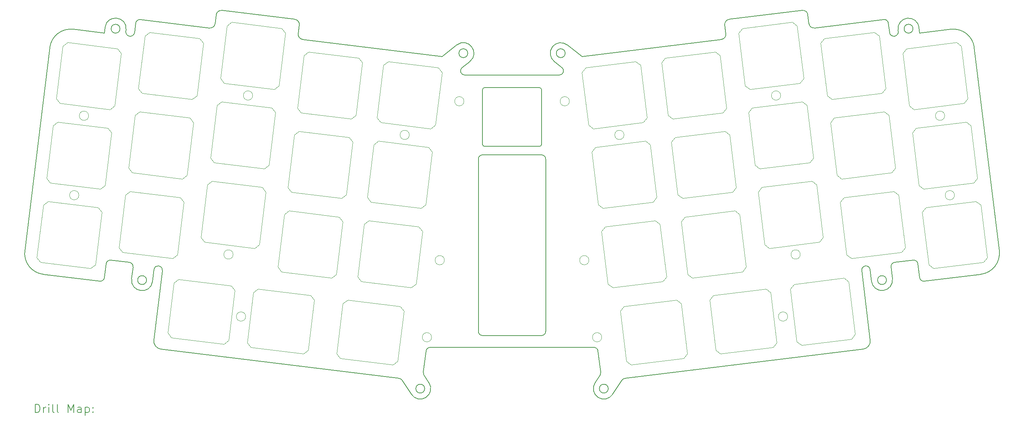
<source format=gbr>
%TF.GenerationSoftware,KiCad,Pcbnew,7.0.10-7.0.10~ubuntu23.04.1*%
%TF.CreationDate,Date%
%TF.ProjectId,plate_36keys,706c6174-655f-4333-966b-6579732e6b69,v0.1*%
%TF.SameCoordinates,Original*%
%TF.FileFunction,Drillmap*%
%TF.FilePolarity,Positive*%
%FSLAX45Y45*%
G04 Gerber Fmt 4.5, Leading zero omitted, Abs format (unit mm)*
G04 Created by KiCad*
%MOMM*%
%LPD*%
G01*
G04 APERTURE LIST*
%ADD10C,0.200000*%
%ADD11C,0.050000*%
G04 APERTURE END LIST*
D10*
X7768292Y-5899563D02*
X9505248Y-6112834D01*
X13000263Y-6996607D02*
X13352501Y-6720889D01*
X24349350Y-12254164D02*
G75*
G03*
X24460788Y-12341232I99260J12194D01*
G01*
X17344395Y-14654494D02*
X23002554Y-13959760D01*
X15313947Y-9135806D02*
X14013947Y-9135806D01*
X5019723Y-11927357D02*
X4979547Y-12254570D01*
X3086355Y-11619111D02*
G75*
G03*
X3521694Y-12176319I496255J-60949D01*
G01*
X13660987Y-7114385D02*
G75*
G03*
X13352501Y-6720889I-154247J196745D01*
G01*
X16636342Y-14759971D02*
G75*
G03*
X17055221Y-15032984I209438J-136509D01*
G01*
X13611743Y-6917636D02*
G75*
G03*
X13401743Y-6917636I-105000J0D01*
G01*
X13401743Y-6917636D02*
G75*
G03*
X13611743Y-6917636I105000J0D01*
G01*
X5131165Y-11840286D02*
G75*
G03*
X5019723Y-11927357I-12195J-99244D01*
G01*
X6155813Y-12066852D02*
X6121562Y-12345799D01*
X12273674Y-15033392D02*
X12056088Y-14699552D01*
X5574672Y-6512416D02*
X5582675Y-6513399D01*
X25807199Y-12175911D02*
G75*
G03*
X26242538Y-11618705I-60919J496261D01*
G01*
X9609729Y-6246564D02*
X9583984Y-6456240D01*
X23002554Y-13959759D02*
G75*
G03*
X23176689Y-13736877I-24374J198509D01*
G01*
X12720579Y-13914990D02*
X16608264Y-13914636D01*
X24349347Y-12254164D02*
X24309170Y-11926951D01*
X5487603Y-6400975D02*
G75*
G03*
X5574672Y-6512416I99257J-12185D01*
G01*
X6152205Y-13737283D02*
X6354315Y-12091221D01*
X5659546Y-12005918D02*
G75*
G03*
X5572472Y-11894475I-99266J12178D01*
G01*
X5625289Y-12284864D02*
X5659540Y-12005917D01*
X21720071Y-6213315D02*
G75*
G03*
X21853807Y-6317795I119129J14655D01*
G01*
X6326340Y-13960166D02*
X11984498Y-14654900D01*
X24335684Y-6303549D02*
G75*
G03*
X23836896Y-6364792I-249394J-30621D01*
G01*
X23207331Y-12345393D02*
X23173081Y-12066446D01*
X7475087Y-6318200D02*
G75*
G03*
X7608817Y-6213720I14613J119120D01*
G01*
X19640428Y-6589563D02*
G75*
G03*
X19744910Y-6455834I-14608J119093D01*
G01*
X23207335Y-12345393D02*
G75*
G03*
X23703604Y-12284458I248135J30463D01*
G01*
X14013947Y-7735806D02*
X15313947Y-7735806D01*
X9583985Y-6456240D02*
G75*
G03*
X9688465Y-6589969I119085J-14640D01*
G01*
X13477932Y-7257363D02*
G75*
G03*
X13539500Y-7436170I61558J-78807D01*
G01*
X9609728Y-6246564D02*
G75*
G03*
X9505248Y-6112834I-119118J14614D01*
G01*
X25648849Y-6783501D02*
X26242538Y-11618705D01*
X15927151Y-6917230D02*
G75*
G03*
X15717151Y-6917230I-105000J0D01*
G01*
X15717151Y-6917230D02*
G75*
G03*
X15927151Y-6917230I105000J0D01*
G01*
X15464069Y-9434813D02*
X15464069Y-13534813D01*
X13539500Y-7436170D02*
X15789529Y-7435847D01*
X24352305Y-6438942D02*
X25091641Y-6348163D01*
X15364069Y-13634813D02*
X13964069Y-13634813D01*
X13660985Y-7114383D02*
X13477930Y-7257360D01*
X5491997Y-6365198D02*
G75*
G03*
X4993213Y-6303955I-249392J30621D01*
G01*
X21853807Y-6317795D02*
X23495992Y-6116160D01*
X5625289Y-12284864D02*
G75*
G03*
X6121562Y-12345799I248137J-30467D01*
G01*
X16170920Y-6872985D02*
X16328630Y-6996201D01*
X4237252Y-6348569D02*
X4976589Y-6439348D01*
X5832901Y-6116571D02*
G75*
G03*
X5721460Y-6203634I-12191J-99249D01*
G01*
X12720579Y-13914988D02*
G75*
G03*
X12621475Y-14001701I11J-100002D01*
G01*
X23756422Y-11894072D02*
G75*
G03*
X23669354Y-12005511I12178J-99248D01*
G01*
X15976392Y-6720482D02*
X16170920Y-6872985D01*
X4237252Y-6348570D02*
G75*
G03*
X3680044Y-6783907I-60922J-496290D01*
G01*
X13864077Y-13534813D02*
G75*
G03*
X13964069Y-13634813I100023J23D01*
G01*
X19744910Y-6455834D02*
X19719165Y-6246158D01*
X23669354Y-12005511D02*
X23703604Y-12284458D01*
X23560468Y-12314926D02*
G75*
G03*
X23350468Y-12314926I-105000J0D01*
G01*
X23350468Y-12314926D02*
G75*
G03*
X23560468Y-12314926I105000J0D01*
G01*
X5832902Y-6116566D02*
X7475087Y-6318201D01*
X15363954Y-7785806D02*
G75*
G03*
X15313947Y-7735806I-50004J-4D01*
G01*
X25807199Y-12175913D02*
X24460788Y-12341232D01*
X23607431Y-6203228D02*
G75*
G03*
X23495992Y-6116160I-99251J-12182D01*
G01*
X17272806Y-14699146D02*
X17055220Y-15032986D01*
X15363947Y-7785806D02*
X15363947Y-9085806D01*
X4868105Y-12341637D02*
G75*
G03*
X4979547Y-12254570I12185J99257D01*
G01*
X5582675Y-6513397D02*
G75*
G03*
X5694116Y-6426331I12185J99257D01*
G01*
X16707385Y-14001340D02*
X16774719Y-14503251D01*
X23634779Y-6425925D02*
G75*
G03*
X23746219Y-6512993I99261J12195D01*
G01*
X13964069Y-9334813D02*
X15364069Y-9334813D01*
X16707385Y-14001340D02*
G75*
G03*
X16608264Y-13914636I-99115J-13300D01*
G01*
X19823646Y-6112429D02*
X21560602Y-5899157D01*
X12588114Y-14896882D02*
G75*
G03*
X12378114Y-14896882I-105000J0D01*
G01*
X12378114Y-14896882D02*
G75*
G03*
X12588114Y-14896882I105000J0D01*
G01*
X24191288Y-6334171D02*
G75*
G03*
X23981288Y-6334171I-105000J0D01*
G01*
X23981288Y-6334171D02*
G75*
G03*
X24191288Y-6334171I105000J0D01*
G01*
X23836896Y-6364792D02*
X23841289Y-6400569D01*
X23607433Y-6203228D02*
X23634777Y-6425925D01*
X13964069Y-9334809D02*
G75*
G03*
X13864069Y-9434813I1J-100001D01*
G01*
X25648854Y-6783501D02*
G75*
G03*
X25091641Y-6348163I-496284J-60949D01*
G01*
X12273673Y-15033389D02*
G75*
G03*
X12692555Y-14760375I209444J136503D01*
G01*
X9688465Y-6589970D02*
X13000263Y-6996607D01*
X16328630Y-6996201D02*
X19640428Y-6589564D01*
X15313947Y-9135807D02*
G75*
G03*
X15363947Y-9085806I3J49997D01*
G01*
X24309168Y-11926952D02*
G75*
G03*
X24197729Y-11839884I-99248J-12178D01*
G01*
X15464067Y-9434813D02*
G75*
G03*
X15364069Y-9334813I-99997J3D01*
G01*
X16636338Y-14759969D02*
X16759388Y-14571135D01*
X15976392Y-6720483D02*
G75*
G03*
X15667909Y-7113977I-154242J-196747D01*
G01*
X13963947Y-9085806D02*
X13963947Y-7785806D01*
X15789529Y-7435849D02*
G75*
G03*
X15851070Y-7257038I-9J99999D01*
G01*
X16950780Y-14896476D02*
G75*
G03*
X16740779Y-14896476I-105000J0D01*
G01*
X16740779Y-14896476D02*
G75*
G03*
X16950780Y-14896476I105000J0D01*
G01*
X4868105Y-12341638D02*
X3521694Y-12176319D01*
X23756422Y-11894069D02*
X24197729Y-11839884D01*
X5131165Y-11840290D02*
X5572472Y-11894475D01*
X12554177Y-14503658D02*
G75*
G03*
X12569505Y-14571541I99113J-13292D01*
G01*
X12569505Y-14571541D02*
X12692555Y-14760375D01*
X5487605Y-6400975D02*
X5491997Y-6365198D01*
X17344396Y-14654496D02*
G75*
G03*
X17272806Y-14699146I12184J-99254D01*
G01*
X21694332Y-6003638D02*
X21720076Y-6213314D01*
X23173082Y-12066442D02*
G75*
G03*
X22974578Y-12090815I-99252J-12188D01*
G01*
X24352260Y-6438580D02*
X24335681Y-6303549D01*
X16759388Y-14571135D02*
G75*
G03*
X16774719Y-14503251I-83778J54595D01*
G01*
X6152205Y-13737283D02*
G75*
G03*
X6326340Y-13960166I198505J-24377D01*
G01*
X13864069Y-13534813D02*
X13864069Y-9434813D01*
X19823646Y-6112427D02*
G75*
G03*
X19719165Y-6246158I14634J-119113D01*
G01*
X23746219Y-6512993D02*
X23754221Y-6512010D01*
X7608817Y-6213720D02*
X7634562Y-6004044D01*
X5978426Y-12315332D02*
G75*
G03*
X5768426Y-12315332I-105000J0D01*
G01*
X5768426Y-12315332D02*
G75*
G03*
X5978426Y-12315332I105000J0D01*
G01*
X12554174Y-14503657D02*
X12621475Y-14001701D01*
X5694116Y-6426331D02*
X5721460Y-6203634D01*
X12056089Y-14699551D02*
G75*
G03*
X11984498Y-14654900I-83779J-54609D01*
G01*
X15851070Y-7257038D02*
X15667909Y-7113977D01*
X13963954Y-9085806D02*
G75*
G03*
X14013947Y-9135806I49996J-4D01*
G01*
X5347605Y-6334577D02*
G75*
G03*
X5137605Y-6334577I-105000J0D01*
G01*
X5137605Y-6334577D02*
G75*
G03*
X5347605Y-6334577I105000J0D01*
G01*
X15364069Y-13634819D02*
G75*
G03*
X15464069Y-13534813I-9J100009D01*
G01*
X14013947Y-7735807D02*
G75*
G03*
X13963947Y-7785806I3J-50003D01*
G01*
X3086356Y-11619111D02*
X3680044Y-6783907D01*
X4993213Y-6303955D02*
X4976633Y-6438986D01*
X21694340Y-6003637D02*
G75*
G03*
X21560602Y-5899157I-119120J-14643D01*
G01*
X23754221Y-6512008D02*
G75*
G03*
X23841289Y-6400569I-12191J99258D01*
G01*
X22974578Y-12090815D02*
X23176689Y-13736877D01*
X6354308Y-12091220D02*
G75*
G03*
X6155813Y-12066848I-99248J12180D01*
G01*
X7768292Y-5899557D02*
G75*
G03*
X7634562Y-6004044I-14603J-119133D01*
G01*
D11*
X19960333Y-10667365D02*
X18769278Y-10813608D01*
X19960333Y-10667365D02*
X20071774Y-10754433D01*
X18682210Y-10925050D02*
X18769278Y-10813608D01*
X18682210Y-10925050D02*
X18835765Y-12175658D01*
X20225330Y-12005041D02*
X20071774Y-10754433D01*
X18835765Y-12175658D02*
X18947207Y-12262726D01*
X20138262Y-12116482D02*
X20225330Y-12005041D01*
X18947207Y-12262726D02*
X20138262Y-12116482D01*
X21793093Y-9962504D02*
X20602038Y-10108747D01*
X21793093Y-9962504D02*
X21904535Y-10049572D01*
X20514970Y-10220189D02*
X20602038Y-10108747D01*
X20514970Y-10220189D02*
X20668525Y-11470797D01*
X22058090Y-11300180D02*
X21904535Y-10049572D01*
X20668525Y-11470797D02*
X20779967Y-11557864D01*
X21971022Y-11411621D02*
X22058090Y-11300180D01*
X20779967Y-11557864D02*
X21971022Y-11411621D01*
X11544755Y-8567043D02*
X12735810Y-8713286D01*
X11544755Y-8567043D02*
X11457687Y-8455601D01*
X12847252Y-8626218D02*
X12735810Y-8713286D01*
X12847252Y-8626218D02*
X13000807Y-7375610D01*
X11611243Y-7204993D02*
X11457687Y-8455601D01*
X13000807Y-7375610D02*
X12913739Y-7264169D01*
X11722684Y-7117925D02*
X11611243Y-7204993D01*
X12913739Y-7264169D02*
X11722684Y-7117925D01*
X11312594Y-10457843D02*
X12503649Y-10604086D01*
X11312594Y-10457843D02*
X11225526Y-10346402D01*
X12615091Y-10517019D02*
X12503649Y-10604086D01*
X12615091Y-10517019D02*
X12768646Y-9266411D01*
X11379081Y-9095794D02*
X11225526Y-10346402D01*
X12768646Y-9266411D02*
X12681578Y-9154969D01*
X11490523Y-9008726D02*
X11379081Y-9095794D01*
X12681578Y-9154969D02*
X11490523Y-9008726D01*
X21542868Y-13863325D02*
X22733924Y-13717082D01*
X21542868Y-13863325D02*
X21431427Y-13776257D01*
X22820991Y-13605640D02*
X22733924Y-13717082D01*
X22820991Y-13605640D02*
X22667436Y-12355032D01*
X21277872Y-12525649D02*
X21431427Y-13776257D01*
X22667436Y-12355032D02*
X22555995Y-12267964D01*
X21364939Y-12414208D02*
X21277872Y-12525649D01*
X22555995Y-12267964D02*
X21364939Y-12414208D01*
X8517826Y-12613313D02*
X8371583Y-13804369D01*
X8517826Y-12613313D02*
X8629268Y-12526246D01*
X8458651Y-13915810D02*
X8371583Y-13804369D01*
X8458651Y-13915810D02*
X9709259Y-14069366D01*
X9879876Y-12679801D02*
X8629268Y-12526246D01*
X9709259Y-14069366D02*
X9820701Y-13982298D01*
X9966944Y-12791242D02*
X9879876Y-12679801D01*
X9820701Y-13982298D02*
X9966944Y-12791242D01*
X23741934Y-10203043D02*
X22550878Y-10349286D01*
X23741934Y-10203043D02*
X23853375Y-10290111D01*
X22463811Y-10460728D02*
X22550878Y-10349286D01*
X22463811Y-10460728D02*
X22617366Y-11711336D01*
X24006931Y-11540719D02*
X23853375Y-10290111D01*
X22617366Y-11711336D02*
X22728808Y-11798403D01*
X23919863Y-11652160D02*
X24006931Y-11540719D01*
X22728808Y-11798403D02*
X23919863Y-11652160D01*
X16026897Y-8060706D02*
G75*
G03*
X15806897Y-8060706I-110000J0D01*
G01*
X15806897Y-8060706D02*
G75*
G03*
X16026897Y-8060706I110000J0D01*
G01*
X23509773Y-8312242D02*
X22318717Y-8458486D01*
X23509773Y-8312242D02*
X23621214Y-8399310D01*
X22231650Y-8569927D02*
X22318717Y-8458486D01*
X22231650Y-8569927D02*
X22385205Y-9820535D01*
X23774770Y-9649918D02*
X23621214Y-8399310D01*
X22385205Y-9820535D02*
X22496646Y-9907603D01*
X23687702Y-9761360D02*
X23774770Y-9649918D01*
X22496646Y-9907603D02*
X23687702Y-9761360D01*
X12751814Y-13675067D02*
G75*
G03*
X12531814Y-13675067I-110000J0D01*
G01*
X12531814Y-13675067D02*
G75*
G03*
X12751814Y-13675067I110000J0D01*
G01*
X6627026Y-12381152D02*
X6480783Y-13572208D01*
X6627026Y-12381152D02*
X6738467Y-12294085D01*
X6567850Y-13683649D02*
X6480783Y-13572208D01*
X6567850Y-13683649D02*
X7818458Y-13837205D01*
X7989075Y-12447640D02*
X6738467Y-12294085D01*
X7818458Y-13837205D02*
X7929900Y-13750137D01*
X8076143Y-12559082D02*
X7989075Y-12447640D01*
X7929900Y-13750137D02*
X8076143Y-12559082D01*
X21214031Y-13181725D02*
G75*
G03*
X20994031Y-13181725I-110000J0D01*
G01*
X20994031Y-13181725D02*
G75*
G03*
X21214031Y-13181725I110000J0D01*
G01*
X24945353Y-8405144D02*
G75*
G03*
X24725353Y-8405144I-110000J0D01*
G01*
X24725353Y-8405144D02*
G75*
G03*
X24945353Y-8405144I110000J0D01*
G01*
X16796080Y-13675067D02*
G75*
G03*
X16576080Y-13675067I-110000J0D01*
G01*
X16576080Y-13675067D02*
G75*
G03*
X16796080Y-13675067I110000J0D01*
G01*
X13056675Y-11842307D02*
G75*
G03*
X12836675Y-11842307I-110000J0D01*
G01*
X12836675Y-11842307D02*
G75*
G03*
X13056675Y-11842307I110000J0D01*
G01*
X5408032Y-11652160D02*
X6599087Y-11798403D01*
X5408032Y-11652160D02*
X5320964Y-11540719D01*
X6710528Y-11711336D02*
X6599087Y-11798403D01*
X6710528Y-11711336D02*
X6864084Y-10460728D01*
X5474519Y-10290111D02*
X5320964Y-11540719D01*
X6864084Y-10460728D02*
X6777016Y-10349286D01*
X5585961Y-10203043D02*
X5474519Y-10290111D01*
X6777016Y-10349286D02*
X5585961Y-10203043D01*
X18069533Y-10899526D02*
X16878477Y-11045769D01*
X18069533Y-10899526D02*
X18180974Y-10986594D01*
X16791409Y-11157211D02*
X16878477Y-11045769D01*
X16791409Y-11157211D02*
X16944965Y-12407819D01*
X18334529Y-12237202D02*
X18180974Y-10986594D01*
X16944965Y-12407819D02*
X17056406Y-12494887D01*
X18247462Y-12348644D02*
X18334529Y-12237202D01*
X17056406Y-12494887D02*
X18247462Y-12348644D01*
X9653955Y-8334882D02*
X10845010Y-8481125D01*
X9653955Y-8334882D02*
X9566887Y-8223440D01*
X10956451Y-8394057D02*
X10845010Y-8481125D01*
X10956451Y-8394057D02*
X11110007Y-7143449D01*
X9720442Y-6972832D02*
X9566887Y-8223440D01*
X11110007Y-7143449D02*
X11022939Y-7032007D01*
X9831884Y-6885764D02*
X9720442Y-6972832D01*
X11022939Y-7032007D02*
X9831884Y-6885764D01*
X4370380Y-10295944D02*
G75*
G03*
X4150380Y-10295944I-110000J0D01*
G01*
X4150380Y-10295944D02*
G75*
G03*
X4370380Y-10295944I110000J0D01*
G01*
X11080433Y-12348644D02*
X12271488Y-12494887D01*
X11080433Y-12348644D02*
X10993365Y-12237202D01*
X12382930Y-12407819D02*
X12271488Y-12494887D01*
X12382930Y-12407819D02*
X12536485Y-11157211D01*
X11146920Y-10986594D02*
X10993365Y-12237202D01*
X12536485Y-11157211D02*
X12449417Y-11045769D01*
X11258362Y-10899526D02*
X11146920Y-10986594D01*
X12449417Y-11045769D02*
X11258362Y-10899526D01*
X10644977Y-12874494D02*
X10498734Y-14065550D01*
X10644977Y-12874494D02*
X10756418Y-12787427D01*
X10585801Y-14176991D02*
X10498734Y-14065550D01*
X10585801Y-14176991D02*
X11836409Y-14330547D01*
X12007026Y-12940982D02*
X10756418Y-12787427D01*
X11836409Y-14330547D02*
X11947851Y-14243479D01*
X12094094Y-13052424D02*
X12007026Y-12940982D01*
X11947851Y-14243479D02*
X12094094Y-13052424D01*
X3691352Y-10001899D02*
X4882407Y-10148142D01*
X3691352Y-10001899D02*
X3604284Y-9890457D01*
X4993849Y-10061074D02*
X4882407Y-10148142D01*
X4993849Y-10061074D02*
X5147404Y-8810466D01*
X3757840Y-8639849D02*
X3604284Y-9890457D01*
X5147404Y-8810466D02*
X5060337Y-8699025D01*
X3869281Y-8552782D02*
X3757840Y-8639849D01*
X5060337Y-8699025D02*
X3869281Y-8552782D01*
X23277612Y-6421442D02*
X22086556Y-6567685D01*
X23277612Y-6421442D02*
X23389053Y-6508510D01*
X21999489Y-6679127D02*
X22086556Y-6567685D01*
X21999489Y-6679127D02*
X22153044Y-7929735D01*
X23542608Y-7759118D02*
X23389053Y-6508510D01*
X22153044Y-7929735D02*
X22264485Y-8016803D01*
X23455541Y-7870559D02*
X23542608Y-7759118D01*
X22264485Y-8016803D02*
X23455541Y-7870559D01*
X25226452Y-6661981D02*
X24035397Y-6808224D01*
X25226452Y-6661981D02*
X25337894Y-6749049D01*
X23948329Y-6919666D02*
X24035397Y-6808224D01*
X23948329Y-6919666D02*
X24101885Y-8170274D01*
X25491449Y-7999657D02*
X25337894Y-6749049D01*
X24101885Y-8170274D02*
X24213326Y-8257342D01*
X25404381Y-8111098D02*
X25491449Y-7999657D01*
X24213326Y-8257342D02*
X25404381Y-8111098D01*
X5640193Y-9761360D02*
X6831248Y-9907603D01*
X5640193Y-9761360D02*
X5553125Y-9649918D01*
X6942689Y-9820535D02*
X6831248Y-9907603D01*
X6942689Y-9820535D02*
X7096245Y-8569927D01*
X5706680Y-8399310D02*
X5553125Y-9649918D01*
X7096245Y-8569927D02*
X7009177Y-8458486D01*
X5818122Y-8312242D02*
X5706680Y-8399310D01*
X7009177Y-8458486D02*
X5818122Y-8312242D01*
X3923513Y-8111098D02*
X5114568Y-8257342D01*
X3923513Y-8111098D02*
X3836445Y-7999657D01*
X5226010Y-8170274D02*
X5114568Y-8257342D01*
X5226010Y-8170274D02*
X5379565Y-6919666D01*
X3990001Y-6749049D02*
X3836445Y-7999657D01*
X5379565Y-6919666D02*
X5292498Y-6808224D01*
X4101442Y-6661981D02*
X3990001Y-6749049D01*
X5292498Y-6808224D02*
X4101442Y-6661981D01*
X5872354Y-7870559D02*
X7063409Y-8016803D01*
X5872354Y-7870559D02*
X5785286Y-7759118D01*
X7174851Y-7929735D02*
X7063409Y-8016803D01*
X7174851Y-7929735D02*
X7328406Y-6679127D01*
X5938841Y-6508510D02*
X5785286Y-7759118D01*
X7328406Y-6679127D02*
X7241338Y-6567685D01*
X6050283Y-6421442D02*
X5938841Y-6508510D01*
X7241338Y-6567685D02*
X6050283Y-6421442D01*
X7589033Y-9520821D02*
X8780089Y-9667064D01*
X7589033Y-9520821D02*
X7501966Y-9409379D01*
X8891530Y-9579996D02*
X8780089Y-9667064D01*
X8891530Y-9579996D02*
X9045086Y-8329388D01*
X7655521Y-8158771D02*
X7501966Y-9409379D01*
X9045086Y-8329388D02*
X8958018Y-8217947D01*
X7766962Y-8071703D02*
X7655521Y-8158771D01*
X8958018Y-8217947D02*
X7766962Y-8071703D01*
X25690911Y-10443261D02*
X24499856Y-10589504D01*
X25690911Y-10443261D02*
X25802353Y-10530328D01*
X24412788Y-10700945D02*
X24499856Y-10589504D01*
X24412788Y-10700945D02*
X24566344Y-11951553D01*
X25955908Y-11780936D02*
X25802353Y-10530328D01*
X24566344Y-11951553D02*
X24677785Y-12038621D01*
X25868840Y-11892378D02*
X25955908Y-11780936D01*
X24677785Y-12038621D02*
X25868840Y-11892378D01*
X16491219Y-11842307D02*
G75*
G03*
X16271219Y-11842307I-110000J0D01*
G01*
X16271219Y-11842307D02*
G75*
G03*
X16491219Y-11842307I110000J0D01*
G01*
X8500223Y-7924065D02*
G75*
G03*
X8280223Y-7924065I-110000J0D01*
G01*
X8280223Y-7924065D02*
G75*
G03*
X8500223Y-7924065I110000J0D01*
G01*
X13520998Y-8060706D02*
G75*
G03*
X13300998Y-8060706I-110000J0D01*
G01*
X13300998Y-8060706D02*
G75*
G03*
X13520998Y-8060706I110000J0D01*
G01*
X8035284Y-11705585D02*
G75*
G03*
X7815284Y-11705585I-110000J0D01*
G01*
X7815284Y-11705585D02*
G75*
G03*
X8035284Y-11705585I110000J0D01*
G01*
X21047672Y-7924065D02*
G75*
G03*
X20827672Y-7924065I-110000J0D01*
G01*
X20827672Y-7924065D02*
G75*
G03*
X21047672Y-7924065I110000J0D01*
G01*
X17324727Y-8861006D02*
G75*
G03*
X17104727Y-8861006I-110000J0D01*
G01*
X17104727Y-8861006D02*
G75*
G03*
X17324727Y-8861006I110000J0D01*
G01*
X3459808Y-11892781D02*
X4650863Y-12039024D01*
X3459808Y-11892781D02*
X3372740Y-11781340D01*
X4762305Y-11951957D02*
X4650863Y-12039024D01*
X4762305Y-11951957D02*
X4915860Y-10701349D01*
X3526295Y-10530732D02*
X3372740Y-11781340D01*
X4915860Y-10701349D02*
X4828792Y-10589907D01*
X3637737Y-10443664D02*
X3526295Y-10530732D01*
X4828792Y-10589907D02*
X3637737Y-10443664D01*
X21512610Y-11705584D02*
G75*
G03*
X21292610Y-11705584I-110000J0D01*
G01*
X21292610Y-11705584D02*
G75*
G03*
X21512610Y-11705584I110000J0D01*
G01*
X9189632Y-12116482D02*
X10380688Y-12262726D01*
X9189632Y-12116482D02*
X9102565Y-12005041D01*
X10492129Y-12175658D02*
X10380688Y-12262726D01*
X10492129Y-12175658D02*
X10645685Y-10925050D01*
X9256120Y-10754433D02*
X9102565Y-12005041D01*
X10645685Y-10925050D02*
X10558617Y-10813608D01*
X9367562Y-10667365D02*
X9256120Y-10754433D01*
X10558617Y-10813608D02*
X9367562Y-10667365D01*
X17233800Y-13052424D02*
X17380043Y-14243479D01*
X17233800Y-13052424D02*
X17320868Y-12940982D01*
X17491485Y-14330547D02*
X17380043Y-14243479D01*
X17491485Y-14330547D02*
X18742093Y-14176991D01*
X18571476Y-12787427D02*
X17320868Y-12940982D01*
X18742093Y-14176991D02*
X18829161Y-14065550D01*
X18682918Y-12874494D02*
X18571476Y-12787427D01*
X18829161Y-14065550D02*
X18682918Y-12874494D01*
X7356872Y-11411621D02*
X8547928Y-11557864D01*
X7356872Y-11411621D02*
X7269804Y-11300180D01*
X8659369Y-11470797D02*
X8547928Y-11557864D01*
X8659369Y-11470797D02*
X8812925Y-10220189D01*
X7423360Y-10049572D02*
X7269804Y-11300180D01*
X8812925Y-10220189D02*
X8725857Y-10108747D01*
X7534801Y-9962504D02*
X7423360Y-10049572D01*
X8725857Y-10108747D02*
X7534801Y-9962504D01*
X25458613Y-8552782D02*
X24267558Y-8699025D01*
X25458613Y-8552782D02*
X25570055Y-8639849D01*
X24180490Y-8810466D02*
X24267558Y-8699025D01*
X24180490Y-8810466D02*
X24334046Y-10061074D01*
X25723610Y-9890457D02*
X25570055Y-8639849D01*
X24334046Y-10061074D02*
X24445487Y-10148142D01*
X25636543Y-10001899D02*
X25723610Y-9890457D01*
X24445487Y-10148142D02*
X25636543Y-10001899D01*
X17605210Y-7117925D02*
X16414155Y-7264169D01*
X17605210Y-7117925D02*
X17716652Y-7204993D01*
X16327087Y-7375610D02*
X16414155Y-7264169D01*
X16327087Y-7375610D02*
X16480643Y-8626218D01*
X17870207Y-8455601D02*
X17716652Y-7204993D01*
X16480643Y-8626218D02*
X16592084Y-8713286D01*
X17783140Y-8567043D02*
X17870207Y-8455601D01*
X16592084Y-8713286D02*
X17783140Y-8567043D01*
X8333863Y-13181725D02*
G75*
G03*
X8113863Y-13181725I-110000J0D01*
G01*
X8113863Y-13181725D02*
G75*
G03*
X8333863Y-13181725I110000J0D01*
G01*
X19728172Y-8776565D02*
X18537116Y-8922808D01*
X19728172Y-8776565D02*
X19839613Y-8863632D01*
X18450049Y-9034250D02*
X18537116Y-8922808D01*
X18450049Y-9034250D02*
X18603604Y-10284858D01*
X19993169Y-10114241D02*
X19839613Y-8863632D01*
X18603604Y-10284858D02*
X18715046Y-10371925D01*
X19906101Y-10225682D02*
X19993169Y-10114241D01*
X18715046Y-10371925D02*
X19906101Y-10225682D01*
X12223167Y-8861006D02*
G75*
G03*
X12003167Y-8861006I-110000J0D01*
G01*
X12003167Y-8861006D02*
G75*
G03*
X12223167Y-8861006I110000J0D01*
G01*
X25177514Y-10295944D02*
G75*
G03*
X24957514Y-10295944I-110000J0D01*
G01*
X24957514Y-10295944D02*
G75*
G03*
X25177514Y-10295944I110000J0D01*
G01*
X17837371Y-9008726D02*
X16646316Y-9154969D01*
X17837371Y-9008726D02*
X17948813Y-9095794D01*
X16559248Y-9266411D02*
X16646316Y-9154969D01*
X16559248Y-9266411D02*
X16712804Y-10517019D01*
X18102368Y-10346402D02*
X17948813Y-9095794D01*
X16712804Y-10517019D02*
X16824245Y-10604086D01*
X18015301Y-10457843D02*
X18102368Y-10346402D01*
X16824245Y-10604086D02*
X18015301Y-10457843D01*
X4602542Y-8405144D02*
G75*
G03*
X4382542Y-8405144I-110000J0D01*
G01*
X4382542Y-8405144D02*
G75*
G03*
X4602542Y-8405144I110000J0D01*
G01*
X21328771Y-6180903D02*
X20137716Y-6327146D01*
X21328771Y-6180903D02*
X21440212Y-6267971D01*
X20050648Y-6438588D02*
X20137716Y-6327146D01*
X20050648Y-6438588D02*
X20204203Y-7689196D01*
X21593768Y-7518579D02*
X21440212Y-6267971D01*
X20204203Y-7689196D02*
X20315645Y-7776264D01*
X21506700Y-7630020D02*
X21593768Y-7518579D01*
X20315645Y-7776264D02*
X21506700Y-7630020D01*
X19496011Y-6885764D02*
X18304955Y-7032007D01*
X19496011Y-6885764D02*
X19607452Y-6972832D01*
X18217888Y-7143449D02*
X18304955Y-7032007D01*
X18217888Y-7143449D02*
X18371443Y-8394057D01*
X19761008Y-8223440D02*
X19607452Y-6972832D01*
X18371443Y-8394057D02*
X18482885Y-8481125D01*
X19673940Y-8334882D02*
X19761008Y-8223440D01*
X18482885Y-8481125D02*
X19673940Y-8334882D01*
X19360951Y-12791242D02*
X19507194Y-13982298D01*
X19360951Y-12791242D02*
X19448018Y-12679801D01*
X19618636Y-14069366D02*
X19507194Y-13982298D01*
X19618636Y-14069366D02*
X20869244Y-13915810D01*
X20698627Y-12526246D02*
X19448018Y-12679801D01*
X20869244Y-13915810D02*
X20956311Y-13804369D01*
X20810068Y-12613313D02*
X20698627Y-12526246D01*
X20956311Y-13804369D02*
X20810068Y-12613313D01*
X7821194Y-7630020D02*
X9012250Y-7776264D01*
X7821194Y-7630020D02*
X7734127Y-7518579D01*
X9123691Y-7689196D02*
X9012250Y-7776264D01*
X9123691Y-7689196D02*
X9277247Y-6438588D01*
X7887682Y-6267971D02*
X7734127Y-7518579D01*
X9277247Y-6438588D02*
X9190179Y-6327146D01*
X7999124Y-6180903D02*
X7887682Y-6267971D01*
X9190179Y-6327146D02*
X7999124Y-6180903D01*
X9421793Y-10225682D02*
X10612849Y-10371925D01*
X9421793Y-10225682D02*
X9334726Y-10114241D01*
X10724290Y-10284858D02*
X10612849Y-10371925D01*
X10724290Y-10284858D02*
X10877846Y-9034250D01*
X9488281Y-8863632D02*
X9334726Y-10114241D01*
X10877846Y-9034250D02*
X10790778Y-8922808D01*
X9599723Y-8776565D02*
X9488281Y-8863632D01*
X10790778Y-8922808D02*
X9599723Y-8776565D01*
X21560932Y-8071703D02*
X20369877Y-8217947D01*
X21560932Y-8071703D02*
X21672374Y-8158771D01*
X20282809Y-8329388D02*
X20369877Y-8217947D01*
X20282809Y-8329388D02*
X20436364Y-9579996D01*
X21825929Y-9409379D02*
X21672374Y-8158771D01*
X20436364Y-9579996D02*
X20547806Y-9667064D01*
X21738861Y-9520821D02*
X21825929Y-9409379D01*
X20547806Y-9667064D02*
X21738861Y-9520821D01*
D10*
X3333403Y-15468369D02*
X3333403Y-15268369D01*
X3333403Y-15268369D02*
X3381022Y-15268369D01*
X3381022Y-15268369D02*
X3409593Y-15277893D01*
X3409593Y-15277893D02*
X3428641Y-15296941D01*
X3428641Y-15296941D02*
X3438165Y-15315988D01*
X3438165Y-15315988D02*
X3447689Y-15354084D01*
X3447689Y-15354084D02*
X3447689Y-15382655D01*
X3447689Y-15382655D02*
X3438165Y-15420750D01*
X3438165Y-15420750D02*
X3428641Y-15439798D01*
X3428641Y-15439798D02*
X3409593Y-15458846D01*
X3409593Y-15458846D02*
X3381022Y-15468369D01*
X3381022Y-15468369D02*
X3333403Y-15468369D01*
X3533403Y-15468369D02*
X3533403Y-15335036D01*
X3533403Y-15373131D02*
X3542927Y-15354084D01*
X3542927Y-15354084D02*
X3552450Y-15344560D01*
X3552450Y-15344560D02*
X3571498Y-15335036D01*
X3571498Y-15335036D02*
X3590546Y-15335036D01*
X3657212Y-15468369D02*
X3657212Y-15335036D01*
X3657212Y-15268369D02*
X3647689Y-15277893D01*
X3647689Y-15277893D02*
X3657212Y-15287417D01*
X3657212Y-15287417D02*
X3666736Y-15277893D01*
X3666736Y-15277893D02*
X3657212Y-15268369D01*
X3657212Y-15268369D02*
X3657212Y-15287417D01*
X3781022Y-15468369D02*
X3761974Y-15458846D01*
X3761974Y-15458846D02*
X3752450Y-15439798D01*
X3752450Y-15439798D02*
X3752450Y-15268369D01*
X3885784Y-15468369D02*
X3866736Y-15458846D01*
X3866736Y-15458846D02*
X3857212Y-15439798D01*
X3857212Y-15439798D02*
X3857212Y-15268369D01*
X4114355Y-15468369D02*
X4114355Y-15268369D01*
X4114355Y-15268369D02*
X4181022Y-15411227D01*
X4181022Y-15411227D02*
X4247689Y-15268369D01*
X4247689Y-15268369D02*
X4247689Y-15468369D01*
X4428641Y-15468369D02*
X4428641Y-15363608D01*
X4428641Y-15363608D02*
X4419117Y-15344560D01*
X4419117Y-15344560D02*
X4400070Y-15335036D01*
X4400070Y-15335036D02*
X4361974Y-15335036D01*
X4361974Y-15335036D02*
X4342927Y-15344560D01*
X4428641Y-15458846D02*
X4409593Y-15468369D01*
X4409593Y-15468369D02*
X4361974Y-15468369D01*
X4361974Y-15468369D02*
X4342927Y-15458846D01*
X4342927Y-15458846D02*
X4333403Y-15439798D01*
X4333403Y-15439798D02*
X4333403Y-15420750D01*
X4333403Y-15420750D02*
X4342927Y-15401703D01*
X4342927Y-15401703D02*
X4361974Y-15392179D01*
X4361974Y-15392179D02*
X4409593Y-15392179D01*
X4409593Y-15392179D02*
X4428641Y-15382655D01*
X4523879Y-15335036D02*
X4523879Y-15535036D01*
X4523879Y-15344560D02*
X4542927Y-15335036D01*
X4542927Y-15335036D02*
X4581022Y-15335036D01*
X4581022Y-15335036D02*
X4600070Y-15344560D01*
X4600070Y-15344560D02*
X4609593Y-15354084D01*
X4609593Y-15354084D02*
X4619117Y-15373131D01*
X4619117Y-15373131D02*
X4619117Y-15430274D01*
X4619117Y-15430274D02*
X4609593Y-15449322D01*
X4609593Y-15449322D02*
X4600070Y-15458846D01*
X4600070Y-15458846D02*
X4581022Y-15468369D01*
X4581022Y-15468369D02*
X4542927Y-15468369D01*
X4542927Y-15468369D02*
X4523879Y-15458846D01*
X4704832Y-15449322D02*
X4714355Y-15458846D01*
X4714355Y-15458846D02*
X4704832Y-15468369D01*
X4704832Y-15468369D02*
X4695308Y-15458846D01*
X4695308Y-15458846D02*
X4704832Y-15449322D01*
X4704832Y-15449322D02*
X4704832Y-15468369D01*
X4704832Y-15344560D02*
X4714355Y-15354084D01*
X4714355Y-15354084D02*
X4704832Y-15363608D01*
X4704832Y-15363608D02*
X4695308Y-15354084D01*
X4695308Y-15354084D02*
X4704832Y-15344560D01*
X4704832Y-15344560D02*
X4704832Y-15363608D01*
M02*

</source>
